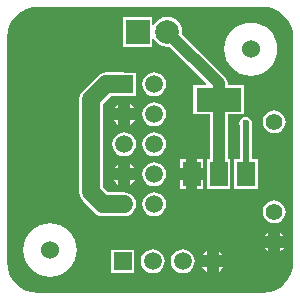
<source format=gbl>
G04 Layer_Physical_Order=2*
G04 Layer_Color=16776960*
%FSAX44Y44*%
%MOMM*%
G71*
G01*
G75*
%ADD14C,0.5080*%
%ADD15C,1.5000*%
%ADD16C,1.0000*%
%ADD18C,2.0000*%
%ADD19R,2.0000X2.0000*%
%ADD20C,1.5000*%
%ADD21R,1.5000X1.5000*%
%ADD22C,1.4000*%
%ADD23C,1.5240*%
%ADD24R,1.5000X1.5000*%
%ADD25C,0.6000*%
%ADD26R,1.5000X2.0000*%
%ADD27R,3.8000X2.0000*%
G36*
X00325117Y00445725D02*
X00330037Y00444233D01*
X00334572Y00441809D01*
X00338547Y00438547D01*
X00341809Y00434572D01*
X00344233Y00430037D01*
X00345725Y00425117D01*
X00346205Y00420246D01*
X00346156Y00420000D01*
Y00231262D01*
X00346156Y00231252D01*
X00346156Y00230000D01*
X00346106Y00228751D01*
X00345725Y00224883D01*
X00344233Y00219963D01*
X00341809Y00215428D01*
X00338547Y00211453D01*
X00334572Y00208191D01*
X00330037Y00205767D01*
X00325117Y00204275D01*
X00320246Y00203795D01*
X00320000Y00203844D01*
X00130000D01*
X00129754Y00203795D01*
X00124883Y00204275D01*
X00119963Y00205767D01*
X00115428Y00208191D01*
X00111453Y00211453D01*
X00108191Y00215428D01*
X00105767Y00219963D01*
X00104275Y00224883D01*
X00103795Y00229754D01*
X00103844Y00230000D01*
Y00420000D01*
X00103795Y00420246D01*
X00104275Y00425117D01*
X00105767Y00430037D01*
X00108191Y00434572D01*
X00111453Y00438547D01*
X00115428Y00441809D01*
X00119963Y00444233D01*
X00124883Y00445725D01*
X00129754Y00446205D01*
X00130000Y00446156D01*
X00320000D01*
X00320246Y00446205D01*
X00325117Y00445725D01*
D02*
G37*
%LPC*%
G36*
X00334870Y00255178D02*
Y00251990D01*
X00338058D01*
X00336674Y00253794D01*
X00334870Y00255178D01*
D02*
G37*
G36*
X00329870Y00281972D02*
X00327390Y00281646D01*
X00325079Y00280688D01*
X00323095Y00279165D01*
X00321572Y00277181D01*
X00320615Y00274870D01*
X00320288Y00272390D01*
X00320615Y00269910D01*
X00321572Y00267599D01*
X00323095Y00265615D01*
X00325079Y00264092D01*
X00327390Y00263135D01*
X00329870Y00262808D01*
X00332350Y00263135D01*
X00334661Y00264092D01*
X00336646Y00265615D01*
X00338168Y00267599D01*
X00339126Y00269910D01*
X00339452Y00272390D01*
X00339126Y00274870D01*
X00338168Y00277181D01*
X00336646Y00279165D01*
X00334661Y00280688D01*
X00332350Y00281646D01*
X00329870Y00281972D01*
D02*
G37*
G36*
X00338058Y00241990D02*
X00334870D01*
Y00238802D01*
X00336674Y00240186D01*
X00338058Y00241990D01*
D02*
G37*
G36*
X00324870Y00255178D02*
X00323066Y00253794D01*
X00321682Y00251990D01*
X00324870D01*
Y00255178D01*
D02*
G37*
G36*
X00202870Y00390426D02*
X00187630D01*
X00185019Y00390083D01*
X00182587Y00389075D01*
X00180498Y00387472D01*
X00167798Y00374772D01*
X00166195Y00372683D01*
X00165187Y00370251D01*
X00164844Y00367640D01*
Y00288900D01*
X00165187Y00286290D01*
X00166195Y00283857D01*
X00167798Y00281768D01*
X00177958Y00271608D01*
X00180047Y00270005D01*
X00182479Y00268997D01*
X00185090Y00268654D01*
X00202870D01*
X00205480Y00268997D01*
X00207913Y00270005D01*
X00210002Y00271608D01*
X00211605Y00273697D01*
X00212613Y00276129D01*
X00212956Y00278740D01*
X00212613Y00281350D01*
X00211605Y00283783D01*
X00210002Y00285872D01*
X00207913Y00287475D01*
X00205480Y00288483D01*
X00202870Y00288826D01*
X00189268D01*
X00185016Y00293078D01*
Y00363462D01*
X00191808Y00370254D01*
X00202870D01*
X00203525Y00370340D01*
X00212870D01*
Y00379685D01*
X00212956Y00380340D01*
X00212870Y00380995D01*
Y00390340D01*
X00203525D01*
X00202870Y00390426D01*
D02*
G37*
G36*
X00269920Y00299390D02*
X00264880D01*
Y00291850D01*
X00269920D01*
Y00299390D01*
D02*
G37*
G36*
X00305740Y00352928D02*
X00303594Y00352501D01*
X00301775Y00351285D01*
X00300559Y00349466D01*
X00300132Y00347320D01*
X00300559Y00345174D01*
X00300601Y00345111D01*
Y00316890D01*
X00295880D01*
Y00291890D01*
X00315880D01*
Y00316890D01*
X00310879D01*
Y00345111D01*
X00310921Y00345174D01*
X00311348Y00347320D01*
X00310921Y00349466D01*
X00309705Y00351285D01*
X00307886Y00352501D01*
X00305740Y00352928D01*
D02*
G37*
G36*
X00228270Y00288826D02*
X00225660Y00288483D01*
X00223227Y00287475D01*
X00221138Y00285872D01*
X00219535Y00283783D01*
X00218527Y00281350D01*
X00218184Y00278740D01*
X00218527Y00276129D01*
X00219535Y00273697D01*
X00221138Y00271608D01*
X00223227Y00270005D01*
X00225660Y00268997D01*
X00228270Y00268654D01*
X00230881Y00268997D01*
X00233313Y00270005D01*
X00235402Y00271608D01*
X00237005Y00273697D01*
X00238013Y00276129D01*
X00238356Y00278740D01*
X00238013Y00281350D01*
X00237005Y00283783D01*
X00235402Y00285872D01*
X00233313Y00287475D01*
X00230881Y00288483D01*
X00228270Y00288826D01*
D02*
G37*
G36*
X00254880Y00299390D02*
X00249840D01*
Y00291850D01*
X00254880D01*
Y00299390D01*
D02*
G37*
G36*
X00252400Y00240566D02*
X00249790Y00240223D01*
X00247357Y00239215D01*
X00245268Y00237612D01*
X00243665Y00235523D01*
X00242657Y00233090D01*
X00242314Y00230480D01*
X00242657Y00227869D01*
X00243665Y00225437D01*
X00245268Y00223348D01*
X00247357Y00221745D01*
X00249790Y00220737D01*
X00252400Y00220394D01*
X00255011Y00220737D01*
X00257443Y00221745D01*
X00259532Y00223348D01*
X00261135Y00225437D01*
X00262143Y00227869D01*
X00262486Y00230480D01*
X00262143Y00233090D01*
X00261135Y00235523D01*
X00259532Y00237612D01*
X00257443Y00239215D01*
X00255011Y00240223D01*
X00252400Y00240566D01*
D02*
G37*
G36*
X00211600Y00240480D02*
X00191600D01*
Y00220480D01*
X00211600D01*
Y00240480D01*
D02*
G37*
G36*
X00140000Y00262609D02*
X00135589Y00262174D01*
X00131348Y00260888D01*
X00127439Y00258799D01*
X00124013Y00255987D01*
X00121201Y00252561D01*
X00119112Y00248652D01*
X00117826Y00244411D01*
X00117391Y00240000D01*
X00117826Y00235589D01*
X00119112Y00231348D01*
X00121201Y00227439D01*
X00124013Y00224013D01*
X00127439Y00221201D01*
X00131348Y00219112D01*
X00135589Y00217826D01*
X00140000Y00217391D01*
X00144411Y00217826D01*
X00148652Y00219112D01*
X00152561Y00221201D01*
X00155987Y00224013D01*
X00158799Y00227439D01*
X00160888Y00231348D01*
X00162174Y00235589D01*
X00162609Y00240000D01*
X00162174Y00244411D01*
X00160888Y00248652D01*
X00158799Y00252561D01*
X00155987Y00255987D01*
X00152561Y00258799D01*
X00148652Y00260888D01*
X00144411Y00262174D01*
X00140000Y00262609D01*
D02*
G37*
G36*
X00227000Y00240566D02*
X00224389Y00240223D01*
X00221957Y00239215D01*
X00219868Y00237612D01*
X00218265Y00235523D01*
X00217257Y00233090D01*
X00216914Y00230480D01*
X00217257Y00227869D01*
X00218265Y00225437D01*
X00219868Y00223348D01*
X00221957Y00221745D01*
X00224389Y00220737D01*
X00227000Y00220394D01*
X00229611Y00220737D01*
X00232043Y00221745D01*
X00234132Y00223348D01*
X00235735Y00225437D01*
X00236743Y00227869D01*
X00237086Y00230480D01*
X00236743Y00233090D01*
X00235735Y00235523D01*
X00234132Y00237612D01*
X00232043Y00239215D01*
X00229611Y00240223D01*
X00227000Y00240566D01*
D02*
G37*
G36*
X00272800Y00225480D02*
X00269004D01*
X00269030Y00225417D01*
X00270639Y00223319D01*
X00272737Y00221710D01*
X00272800Y00221684D01*
Y00225480D01*
D02*
G37*
G36*
X00282800Y00239276D02*
Y00235480D01*
X00286596D01*
X00286570Y00235543D01*
X00284961Y00237641D01*
X00282863Y00239250D01*
X00282800Y00239276D01*
D02*
G37*
G36*
X00324870Y00241990D02*
X00321682D01*
X00323066Y00240186D01*
X00324870Y00238802D01*
Y00241990D01*
D02*
G37*
G36*
X00286596Y00225480D02*
X00282800D01*
Y00221684D01*
X00282863Y00221710D01*
X00284961Y00223319D01*
X00286570Y00225417D01*
X00286596Y00225480D01*
D02*
G37*
G36*
X00272800Y00239276D02*
X00272737Y00239250D01*
X00270639Y00237641D01*
X00269030Y00235543D01*
X00269004Y00235480D01*
X00272800D01*
Y00239276D01*
D02*
G37*
G36*
X00197870Y00349940D02*
X00194074D01*
X00194100Y00349877D01*
X00195709Y00347779D01*
X00197807Y00346170D01*
X00197870Y00346144D01*
Y00349940D01*
D02*
G37*
G36*
X00211666D02*
X00207870D01*
Y00346144D01*
X00207933Y00346170D01*
X00210031Y00347779D01*
X00211640Y00349877D01*
X00211666Y00349940D01*
D02*
G37*
G36*
X00329870Y00358172D02*
X00327390Y00357845D01*
X00325079Y00356888D01*
X00323095Y00355365D01*
X00321572Y00353381D01*
X00320615Y00351070D01*
X00320288Y00348590D01*
X00320615Y00346110D01*
X00321572Y00343799D01*
X00323095Y00341815D01*
X00325079Y00340292D01*
X00327390Y00339335D01*
X00329870Y00339008D01*
X00332350Y00339335D01*
X00334661Y00340292D01*
X00336646Y00341815D01*
X00338168Y00343799D01*
X00339126Y00346110D01*
X00339452Y00348590D01*
X00339126Y00351070D01*
X00338168Y00353381D01*
X00336646Y00355365D01*
X00334661Y00356888D01*
X00332350Y00357845D01*
X00329870Y00358172D01*
D02*
G37*
G36*
X00228270Y00365026D02*
X00225660Y00364683D01*
X00223227Y00363675D01*
X00221138Y00362072D01*
X00219535Y00359983D01*
X00218527Y00357551D01*
X00218184Y00354940D01*
X00218527Y00352329D01*
X00219535Y00349897D01*
X00221138Y00347808D01*
X00223227Y00346205D01*
X00225660Y00345197D01*
X00228270Y00344854D01*
X00230881Y00345197D01*
X00233313Y00346205D01*
X00235402Y00347808D01*
X00237005Y00349897D01*
X00238013Y00352329D01*
X00238356Y00354940D01*
X00238013Y00357551D01*
X00237005Y00359983D01*
X00235402Y00362072D01*
X00233313Y00363675D01*
X00230881Y00364683D01*
X00228270Y00365026D01*
D02*
G37*
G36*
X00197870Y00363736D02*
X00197807Y00363710D01*
X00195709Y00362101D01*
X00194100Y00360003D01*
X00194074Y00359940D01*
X00197870D01*
Y00363736D01*
D02*
G37*
G36*
X00310000Y00432609D02*
X00305589Y00432174D01*
X00301348Y00430888D01*
X00297439Y00428799D01*
X00294013Y00425987D01*
X00291201Y00422561D01*
X00289112Y00418652D01*
X00287826Y00414411D01*
X00287391Y00410000D01*
X00287826Y00405589D01*
X00289112Y00401348D01*
X00291201Y00397439D01*
X00294013Y00394013D01*
X00297439Y00391202D01*
X00301348Y00389112D01*
X00305589Y00387826D01*
X00310000Y00387391D01*
X00314411Y00387826D01*
X00318652Y00389112D01*
X00322561Y00391202D01*
X00325987Y00394013D01*
X00328799Y00397439D01*
X00330888Y00401348D01*
X00332174Y00405589D01*
X00332609Y00410000D01*
X00332174Y00414411D01*
X00330888Y00418652D01*
X00328799Y00422561D01*
X00325987Y00425987D01*
X00322561Y00428799D01*
X00318652Y00430888D01*
X00314411Y00432174D01*
X00310000Y00432609D01*
D02*
G37*
G36*
X00239300Y00437398D02*
X00236037Y00436968D01*
X00232996Y00435709D01*
X00230385Y00433705D01*
X00228381Y00431094D01*
X00228070Y00430342D01*
X00226800Y00430595D01*
Y00437290D01*
X00201800D01*
Y00412290D01*
X00226800D01*
Y00418985D01*
X00228070Y00419238D01*
X00228381Y00418486D01*
X00230385Y00415875D01*
X00232996Y00413871D01*
X00236037Y00412612D01*
X00239300Y00412182D01*
X00240988Y00412404D01*
X00272328Y00381063D01*
X00271842Y00379890D01*
X00261380D01*
Y00354890D01*
X00275315D01*
Y00316890D01*
X00272880D01*
Y00291890D01*
X00292880D01*
Y00316890D01*
X00290445D01*
Y00354890D01*
X00304380D01*
Y00379890D01*
X00290445D01*
Y00381210D01*
X00290187Y00383168D01*
X00289431Y00384992D01*
X00288229Y00386559D01*
X00251686Y00423102D01*
X00251908Y00424790D01*
X00251478Y00428053D01*
X00250219Y00431094D01*
X00248215Y00433705D01*
X00245604Y00435709D01*
X00242563Y00436968D01*
X00239300Y00437398D01*
D02*
G37*
G36*
X00207870Y00363736D02*
Y00359940D01*
X00211666D01*
X00211640Y00360003D01*
X00210031Y00362101D01*
X00207933Y00363710D01*
X00207870Y00363736D01*
D02*
G37*
G36*
X00228270Y00390426D02*
X00225660Y00390083D01*
X00223227Y00389075D01*
X00221138Y00387472D01*
X00219535Y00385383D01*
X00218527Y00382951D01*
X00218184Y00380340D01*
X00218527Y00377729D01*
X00219535Y00375297D01*
X00221138Y00373208D01*
X00223227Y00371605D01*
X00225660Y00370597D01*
X00228270Y00370254D01*
X00230881Y00370597D01*
X00233313Y00371605D01*
X00235402Y00373208D01*
X00237005Y00375297D01*
X00238013Y00377729D01*
X00238356Y00380340D01*
X00238013Y00382951D01*
X00237005Y00385383D01*
X00235402Y00387472D01*
X00233313Y00389075D01*
X00230881Y00390083D01*
X00228270Y00390426D01*
D02*
G37*
G36*
X00211666Y00299140D02*
X00207870D01*
Y00295344D01*
X00207933Y00295370D01*
X00210031Y00296979D01*
X00211640Y00299077D01*
X00211666Y00299140D01*
D02*
G37*
G36*
X00197870Y00312936D02*
X00197807Y00312910D01*
X00195709Y00311301D01*
X00194100Y00309203D01*
X00194074Y00309140D01*
X00197870D01*
Y00312936D01*
D02*
G37*
G36*
X00228270Y00314226D02*
X00225660Y00313883D01*
X00223227Y00312875D01*
X00221138Y00311272D01*
X00219535Y00309183D01*
X00218527Y00306751D01*
X00218184Y00304140D01*
X00218527Y00301530D01*
X00219535Y00299097D01*
X00221138Y00297008D01*
X00223227Y00295405D01*
X00225660Y00294397D01*
X00228270Y00294054D01*
X00230881Y00294397D01*
X00233313Y00295405D01*
X00235402Y00297008D01*
X00237005Y00299097D01*
X00238013Y00301530D01*
X00238356Y00304140D01*
X00238013Y00306751D01*
X00237005Y00309183D01*
X00235402Y00311272D01*
X00233313Y00312875D01*
X00230881Y00313883D01*
X00228270Y00314226D01*
D02*
G37*
G36*
X00197870Y00299140D02*
X00194074D01*
X00194100Y00299077D01*
X00195709Y00296979D01*
X00197807Y00295370D01*
X00197870Y00295344D01*
Y00299140D01*
D02*
G37*
G36*
X00207870Y00312936D02*
Y00309140D01*
X00211666D01*
X00211640Y00309203D01*
X00210031Y00311301D01*
X00207933Y00312910D01*
X00207870Y00312936D01*
D02*
G37*
G36*
X00202870Y00339626D02*
X00200259Y00339283D01*
X00197827Y00338275D01*
X00195738Y00336672D01*
X00194135Y00334583D01*
X00193127Y00332150D01*
X00192784Y00329540D01*
X00193127Y00326930D01*
X00194135Y00324497D01*
X00195738Y00322408D01*
X00197827Y00320805D01*
X00200259Y00319797D01*
X00202870Y00319454D01*
X00205480Y00319797D01*
X00207913Y00320805D01*
X00210002Y00322408D01*
X00211605Y00324497D01*
X00212613Y00326930D01*
X00212956Y00329540D01*
X00212613Y00332150D01*
X00211605Y00334583D01*
X00210002Y00336672D01*
X00207913Y00338275D01*
X00205480Y00339283D01*
X00202870Y00339626D01*
D02*
G37*
G36*
X00228270D02*
X00225660Y00339283D01*
X00223227Y00338275D01*
X00221138Y00336672D01*
X00219535Y00334583D01*
X00218527Y00332150D01*
X00218184Y00329540D01*
X00218527Y00326930D01*
X00219535Y00324497D01*
X00221138Y00322408D01*
X00223227Y00320805D01*
X00225660Y00319797D01*
X00228270Y00319454D01*
X00230881Y00319797D01*
X00233313Y00320805D01*
X00235402Y00322408D01*
X00237005Y00324497D01*
X00238013Y00326930D01*
X00238356Y00329540D01*
X00238013Y00332150D01*
X00237005Y00334583D01*
X00235402Y00336672D01*
X00233313Y00338275D01*
X00230881Y00339283D01*
X00228270Y00339626D01*
D02*
G37*
G36*
X00254880Y00316930D02*
X00249840D01*
Y00309390D01*
X00254880D01*
Y00316930D01*
D02*
G37*
G36*
X00269920D02*
X00264880D01*
Y00309390D01*
X00269920D01*
Y00316930D01*
D02*
G37*
%LPD*%
D14*
X00305740Y00304530D02*
X00305880Y00304390D01*
X00305740Y00304530D02*
Y00347320D01*
D15*
X00174930Y00288900D02*
X00185090Y00278740D01*
X00202870D01*
X00174930Y00288900D02*
Y00367640D01*
X00187630Y00380340D01*
X00202870D01*
D16*
X00239300Y00424790D02*
X00282880Y00381210D01*
Y00367390D02*
Y00381210D01*
Y00304390D02*
Y00367390D01*
D18*
X00239300Y00424790D02*
D03*
D19*
X00214300D02*
D03*
D20*
X00227000Y00230480D02*
D03*
X00252400D02*
D03*
X00277800D02*
D03*
X00228270Y00304140D02*
D03*
Y00329540D02*
D03*
Y00354940D02*
D03*
Y00380340D02*
D03*
X00202870Y00304140D02*
D03*
Y00329540D02*
D03*
Y00354940D02*
D03*
Y00278740D02*
D03*
X00228270D02*
D03*
D21*
X00201600Y00230480D02*
D03*
D22*
X00329870Y00272390D02*
D03*
Y00348590D02*
D03*
Y00246990D02*
D03*
D23*
X00310000Y00410000D02*
D03*
X00140000Y00240000D02*
D03*
D24*
X00202870Y00380340D02*
D03*
D25*
X00305740Y00347320D02*
D03*
X00138100Y00405740D02*
D03*
X00155880Y00358750D02*
D03*
X00138100Y00431140D02*
D03*
X00159690Y00283820D02*
D03*
X00177470Y00219050D02*
D03*
X00294310Y00386690D02*
D03*
X00256210Y00389230D02*
D03*
D26*
X00305880Y00304390D02*
D03*
X00282880D02*
D03*
X00259880D02*
D03*
D27*
X00282880Y00367390D02*
D03*
M02*

</source>
